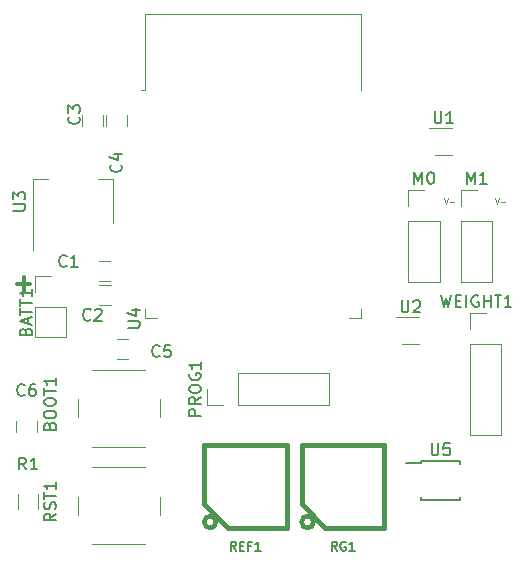
<source format=gbr>
%TF.GenerationSoftware,KiCad,Pcbnew,5.1.4*%
%TF.CreationDate,2019-10-29T20:04:43-05:00*%
%TF.ProjectId,pet_feeder,7065745f-6665-4656-9465-722e6b696361,rev?*%
%TF.SameCoordinates,Original*%
%TF.FileFunction,Legend,Top*%
%TF.FilePolarity,Positive*%
%FSLAX46Y46*%
G04 Gerber Fmt 4.6, Leading zero omitted, Abs format (unit mm)*
G04 Created by KiCad (PCBNEW 5.1.4) date 2019-10-29 20:04:43*
%MOMM*%
%LPD*%
G04 APERTURE LIST*
%ADD10C,0.300000*%
%ADD11C,0.125000*%
%ADD12C,0.120000*%
%ADD13C,0.381000*%
%ADD14C,0.150000*%
%ADD15C,0.152400*%
G04 APERTURE END LIST*
D10*
X124142571Y-86975142D02*
X125285428Y-86975142D01*
X124714000Y-87546571D02*
X124714000Y-86403714D01*
D11*
X160305809Y-79736190D02*
X160472476Y-80236190D01*
X160639142Y-79736190D01*
X160805809Y-80045714D02*
X161186761Y-80045714D01*
X164623809Y-79736190D02*
X164790476Y-80236190D01*
X164957142Y-79736190D01*
X165123809Y-80045714D02*
X165504761Y-80045714D01*
D12*
X135025000Y-89110000D02*
X135025000Y-89890000D01*
X135025000Y-89890000D02*
X136025000Y-89890000D01*
X153265000Y-89110000D02*
X153265000Y-89890000D01*
X153265000Y-89890000D02*
X152265000Y-89890000D01*
X135025000Y-64145000D02*
X153265000Y-64145000D01*
X153265000Y-64145000D02*
X153265000Y-70565000D01*
X135025000Y-64145000D02*
X135025000Y-70565000D01*
X135025000Y-70565000D02*
X134645000Y-70565000D01*
X132072000Y-85002000D02*
X131072000Y-85002000D01*
X131072000Y-86702000D02*
X132072000Y-86702000D01*
X131092000Y-88734000D02*
X132092000Y-88734000D01*
X132092000Y-87034000D02*
X131092000Y-87034000D01*
X133596000Y-91606000D02*
X132596000Y-91606000D01*
X132596000Y-93306000D02*
X133596000Y-93306000D01*
X133438000Y-73652000D02*
X133438000Y-72652000D01*
X131738000Y-72652000D02*
X131738000Y-73652000D01*
X131406000Y-73652000D02*
X131406000Y-72652000D01*
X129706000Y-72652000D02*
X129706000Y-73652000D01*
X161738000Y-86801000D02*
X164398000Y-86801000D01*
X161738000Y-81661000D02*
X161738000Y-86801000D01*
X164398000Y-81661000D02*
X164398000Y-86801000D01*
X161738000Y-81661000D02*
X164398000Y-81661000D01*
X161738000Y-80391000D02*
X161738000Y-79061000D01*
X161738000Y-79061000D02*
X163068000Y-79061000D01*
X157293000Y-79061000D02*
X158623000Y-79061000D01*
X157293000Y-80391000D02*
X157293000Y-79061000D01*
X157293000Y-81661000D02*
X159953000Y-81661000D01*
X159953000Y-81661000D02*
X159953000Y-86801000D01*
X157293000Y-81661000D02*
X157293000Y-86801000D01*
X157293000Y-86801000D02*
X159953000Y-86801000D01*
X160974000Y-73770000D02*
X159074000Y-73770000D01*
X159574000Y-76090000D02*
X160974000Y-76090000D01*
X156780000Y-92092000D02*
X158180000Y-92092000D01*
X158180000Y-89772000D02*
X156280000Y-89772000D01*
X132315000Y-78100000D02*
X131055000Y-78100000D01*
X125495000Y-78100000D02*
X126755000Y-78100000D01*
X132315000Y-81860000D02*
X132315000Y-78100000D01*
X125495000Y-84110000D02*
X125495000Y-78100000D01*
X125670000Y-91500000D02*
X128330000Y-91500000D01*
X125670000Y-88900000D02*
X125670000Y-91500000D01*
X128330000Y-88900000D02*
X128330000Y-91500000D01*
X125670000Y-88900000D02*
X128330000Y-88900000D01*
X125670000Y-87630000D02*
X125670000Y-86300000D01*
X125670000Y-86300000D02*
X127000000Y-86300000D01*
X130540000Y-100750000D02*
X135040000Y-100750000D01*
X129290000Y-96750000D02*
X129290000Y-98250000D01*
X135040000Y-94250000D02*
X130540000Y-94250000D01*
X136290000Y-98250000D02*
X136290000Y-96750000D01*
X124118000Y-98560000D02*
X124118000Y-99560000D01*
X125818000Y-99560000D02*
X125818000Y-98560000D01*
X150555000Y-97215000D02*
X150555000Y-94555000D01*
X142875000Y-97215000D02*
X150555000Y-97215000D01*
X142875000Y-94555000D02*
X150555000Y-94555000D01*
X142875000Y-97215000D02*
X142875000Y-94555000D01*
X141605000Y-97215000D02*
X140275000Y-97215000D01*
X140275000Y-97215000D02*
X140275000Y-95885000D01*
X125975000Y-104810000D02*
X125975000Y-106010000D01*
X124215000Y-106010000D02*
X124215000Y-104810000D01*
D13*
X147010000Y-100640000D02*
X147010000Y-107640000D01*
X140010000Y-100640000D02*
X147010000Y-100640000D01*
X141010000Y-107140000D02*
G75*
G03X141010000Y-107140000I-500000J0D01*
G01*
X140010000Y-105640000D02*
X142010000Y-107640000D01*
X142010000Y-107640000D02*
X147010000Y-107640000D01*
X140010000Y-105640000D02*
X140010000Y-100640000D01*
X148265000Y-105640000D02*
X148265000Y-100640000D01*
X150265000Y-107640000D02*
X155265000Y-107640000D01*
X148265000Y-105640000D02*
X150265000Y-107640000D01*
X149265000Y-107140000D02*
G75*
G03X149265000Y-107140000I-500000J0D01*
G01*
X148265000Y-100640000D02*
X155265000Y-100640000D01*
X155265000Y-100640000D02*
X155265000Y-107640000D01*
D12*
X136290000Y-106505000D02*
X136290000Y-105005000D01*
X135040000Y-102505000D02*
X130540000Y-102505000D01*
X129290000Y-105005000D02*
X129290000Y-106505000D01*
X130540000Y-109005000D02*
X135040000Y-109005000D01*
D14*
X158345000Y-101957000D02*
X158345000Y-102132000D01*
X161695000Y-101957000D02*
X161695000Y-102207000D01*
X161695000Y-105307000D02*
X161695000Y-105057000D01*
X158345000Y-105307000D02*
X158345000Y-105057000D01*
X158345000Y-101957000D02*
X161695000Y-101957000D01*
X158345000Y-105307000D02*
X161695000Y-105307000D01*
X158345000Y-102132000D02*
X157095000Y-102132000D01*
D12*
X162500000Y-89475000D02*
X163830000Y-89475000D01*
X162500000Y-90805000D02*
X162500000Y-89475000D01*
X162500000Y-92075000D02*
X165160000Y-92075000D01*
X165160000Y-92075000D02*
X165160000Y-99755000D01*
X162500000Y-92075000D02*
X162500000Y-99755000D01*
X162500000Y-99755000D02*
X165160000Y-99755000D01*
D14*
X133564380Y-90677904D02*
X134373904Y-90677904D01*
X134469142Y-90630285D01*
X134516761Y-90582666D01*
X134564380Y-90487428D01*
X134564380Y-90296952D01*
X134516761Y-90201714D01*
X134469142Y-90154095D01*
X134373904Y-90106476D01*
X133564380Y-90106476D01*
X133897714Y-89201714D02*
X134564380Y-89201714D01*
X133516761Y-89439809D02*
X134231047Y-89677904D01*
X134231047Y-89058857D01*
X128357333Y-85447142D02*
X128309714Y-85494761D01*
X128166857Y-85542380D01*
X128071619Y-85542380D01*
X127928761Y-85494761D01*
X127833523Y-85399523D01*
X127785904Y-85304285D01*
X127738285Y-85113809D01*
X127738285Y-84970952D01*
X127785904Y-84780476D01*
X127833523Y-84685238D01*
X127928761Y-84590000D01*
X128071619Y-84542380D01*
X128166857Y-84542380D01*
X128309714Y-84590000D01*
X128357333Y-84637619D01*
X129309714Y-85542380D02*
X128738285Y-85542380D01*
X129024000Y-85542380D02*
X129024000Y-84542380D01*
X128928761Y-84685238D01*
X128833523Y-84780476D01*
X128738285Y-84828095D01*
X130389333Y-89991142D02*
X130341714Y-90038761D01*
X130198857Y-90086380D01*
X130103619Y-90086380D01*
X129960761Y-90038761D01*
X129865523Y-89943523D01*
X129817904Y-89848285D01*
X129770285Y-89657809D01*
X129770285Y-89514952D01*
X129817904Y-89324476D01*
X129865523Y-89229238D01*
X129960761Y-89134000D01*
X130103619Y-89086380D01*
X130198857Y-89086380D01*
X130341714Y-89134000D01*
X130389333Y-89181619D01*
X130770285Y-89181619D02*
X130817904Y-89134000D01*
X130913142Y-89086380D01*
X131151238Y-89086380D01*
X131246476Y-89134000D01*
X131294095Y-89181619D01*
X131341714Y-89276857D01*
X131341714Y-89372095D01*
X131294095Y-89514952D01*
X130722666Y-90086380D01*
X131341714Y-90086380D01*
X136231333Y-93067142D02*
X136183714Y-93114761D01*
X136040857Y-93162380D01*
X135945619Y-93162380D01*
X135802761Y-93114761D01*
X135707523Y-93019523D01*
X135659904Y-92924285D01*
X135612285Y-92733809D01*
X135612285Y-92590952D01*
X135659904Y-92400476D01*
X135707523Y-92305238D01*
X135802761Y-92210000D01*
X135945619Y-92162380D01*
X136040857Y-92162380D01*
X136183714Y-92210000D01*
X136231333Y-92257619D01*
X137136095Y-92162380D02*
X136659904Y-92162380D01*
X136612285Y-92638571D01*
X136659904Y-92590952D01*
X136755142Y-92543333D01*
X136993238Y-92543333D01*
X137088476Y-92590952D01*
X137136095Y-92638571D01*
X137183714Y-92733809D01*
X137183714Y-92971904D01*
X137136095Y-93067142D01*
X137088476Y-93114761D01*
X136993238Y-93162380D01*
X136755142Y-93162380D01*
X136659904Y-93114761D01*
X136612285Y-93067142D01*
X132945142Y-76874666D02*
X132992761Y-76922285D01*
X133040380Y-77065142D01*
X133040380Y-77160380D01*
X132992761Y-77303238D01*
X132897523Y-77398476D01*
X132802285Y-77446095D01*
X132611809Y-77493714D01*
X132468952Y-77493714D01*
X132278476Y-77446095D01*
X132183238Y-77398476D01*
X132088000Y-77303238D01*
X132040380Y-77160380D01*
X132040380Y-77065142D01*
X132088000Y-76922285D01*
X132135619Y-76874666D01*
X132373714Y-76017523D02*
X133040380Y-76017523D01*
X131992761Y-76255619D02*
X132707047Y-76493714D01*
X132707047Y-75874666D01*
X129389142Y-72810666D02*
X129436761Y-72858285D01*
X129484380Y-73001142D01*
X129484380Y-73096380D01*
X129436761Y-73239238D01*
X129341523Y-73334476D01*
X129246285Y-73382095D01*
X129055809Y-73429714D01*
X128912952Y-73429714D01*
X128722476Y-73382095D01*
X128627238Y-73334476D01*
X128532000Y-73239238D01*
X128484380Y-73096380D01*
X128484380Y-73001142D01*
X128532000Y-72858285D01*
X128579619Y-72810666D01*
X128484380Y-72477333D02*
X128484380Y-71858285D01*
X128865333Y-72191619D01*
X128865333Y-72048761D01*
X128912952Y-71953523D01*
X128960571Y-71905904D01*
X129055809Y-71858285D01*
X129293904Y-71858285D01*
X129389142Y-71905904D01*
X129436761Y-71953523D01*
X129484380Y-72048761D01*
X129484380Y-72334476D01*
X129436761Y-72429714D01*
X129389142Y-72477333D01*
X162258476Y-78513380D02*
X162258476Y-77513380D01*
X162591809Y-78227666D01*
X162925142Y-77513380D01*
X162925142Y-78513380D01*
X163925142Y-78513380D02*
X163353714Y-78513380D01*
X163639428Y-78513380D02*
X163639428Y-77513380D01*
X163544190Y-77656238D01*
X163448952Y-77751476D01*
X163353714Y-77799095D01*
X157813476Y-78513380D02*
X157813476Y-77513380D01*
X158146809Y-78227666D01*
X158480142Y-77513380D01*
X158480142Y-78513380D01*
X159146809Y-77513380D02*
X159242047Y-77513380D01*
X159337285Y-77561000D01*
X159384904Y-77608619D01*
X159432523Y-77703857D01*
X159480142Y-77894333D01*
X159480142Y-78132428D01*
X159432523Y-78322904D01*
X159384904Y-78418142D01*
X159337285Y-78465761D01*
X159242047Y-78513380D01*
X159146809Y-78513380D01*
X159051571Y-78465761D01*
X159003952Y-78418142D01*
X158956333Y-78322904D01*
X158908714Y-78132428D01*
X158908714Y-77894333D01*
X158956333Y-77703857D01*
X159003952Y-77608619D01*
X159051571Y-77561000D01*
X159146809Y-77513380D01*
X159512095Y-72382380D02*
X159512095Y-73191904D01*
X159559714Y-73287142D01*
X159607333Y-73334761D01*
X159702571Y-73382380D01*
X159893047Y-73382380D01*
X159988285Y-73334761D01*
X160035904Y-73287142D01*
X160083523Y-73191904D01*
X160083523Y-72382380D01*
X161083523Y-73382380D02*
X160512095Y-73382380D01*
X160797809Y-73382380D02*
X160797809Y-72382380D01*
X160702571Y-72525238D01*
X160607333Y-72620476D01*
X160512095Y-72668095D01*
X156718095Y-88384380D02*
X156718095Y-89193904D01*
X156765714Y-89289142D01*
X156813333Y-89336761D01*
X156908571Y-89384380D01*
X157099047Y-89384380D01*
X157194285Y-89336761D01*
X157241904Y-89289142D01*
X157289523Y-89193904D01*
X157289523Y-88384380D01*
X157718095Y-88479619D02*
X157765714Y-88432000D01*
X157860952Y-88384380D01*
X158099047Y-88384380D01*
X158194285Y-88432000D01*
X158241904Y-88479619D01*
X158289523Y-88574857D01*
X158289523Y-88670095D01*
X158241904Y-88812952D01*
X157670476Y-89384380D01*
X158289523Y-89384380D01*
X123857380Y-80771904D02*
X124666904Y-80771904D01*
X124762142Y-80724285D01*
X124809761Y-80676666D01*
X124857380Y-80581428D01*
X124857380Y-80390952D01*
X124809761Y-80295714D01*
X124762142Y-80248095D01*
X124666904Y-80200476D01*
X123857380Y-80200476D01*
X123857380Y-79819523D02*
X123857380Y-79200476D01*
X124238333Y-79533809D01*
X124238333Y-79390952D01*
X124285952Y-79295714D01*
X124333571Y-79248095D01*
X124428809Y-79200476D01*
X124666904Y-79200476D01*
X124762142Y-79248095D01*
X124809761Y-79295714D01*
X124857380Y-79390952D01*
X124857380Y-79676666D01*
X124809761Y-79771904D01*
X124762142Y-79819523D01*
X124896571Y-91003238D02*
X124944190Y-90860380D01*
X124991809Y-90812761D01*
X125087047Y-90765142D01*
X125229904Y-90765142D01*
X125325142Y-90812761D01*
X125372761Y-90860380D01*
X125420380Y-90955619D01*
X125420380Y-91336571D01*
X124420380Y-91336571D01*
X124420380Y-91003238D01*
X124468000Y-90908000D01*
X124515619Y-90860380D01*
X124610857Y-90812761D01*
X124706095Y-90812761D01*
X124801333Y-90860380D01*
X124848952Y-90908000D01*
X124896571Y-91003238D01*
X124896571Y-91336571D01*
X125134666Y-90384190D02*
X125134666Y-89908000D01*
X125420380Y-90479428D02*
X124420380Y-90146095D01*
X125420380Y-89812761D01*
X124420380Y-89622285D02*
X124420380Y-89050857D01*
X125420380Y-89336571D02*
X124420380Y-89336571D01*
X124420380Y-88860380D02*
X124420380Y-88288952D01*
X125420380Y-88574666D02*
X124420380Y-88574666D01*
X125420380Y-87431809D02*
X125420380Y-88003238D01*
X125420380Y-87717523D02*
X124420380Y-87717523D01*
X124563238Y-87812761D01*
X124658476Y-87908000D01*
X124706095Y-88003238D01*
X126928571Y-98988333D02*
X126976190Y-98845476D01*
X127023809Y-98797857D01*
X127119047Y-98750238D01*
X127261904Y-98750238D01*
X127357142Y-98797857D01*
X127404761Y-98845476D01*
X127452380Y-98940714D01*
X127452380Y-99321666D01*
X126452380Y-99321666D01*
X126452380Y-98988333D01*
X126500000Y-98893095D01*
X126547619Y-98845476D01*
X126642857Y-98797857D01*
X126738095Y-98797857D01*
X126833333Y-98845476D01*
X126880952Y-98893095D01*
X126928571Y-98988333D01*
X126928571Y-99321666D01*
X126452380Y-98131190D02*
X126452380Y-97940714D01*
X126500000Y-97845476D01*
X126595238Y-97750238D01*
X126785714Y-97702619D01*
X127119047Y-97702619D01*
X127309523Y-97750238D01*
X127404761Y-97845476D01*
X127452380Y-97940714D01*
X127452380Y-98131190D01*
X127404761Y-98226428D01*
X127309523Y-98321666D01*
X127119047Y-98369285D01*
X126785714Y-98369285D01*
X126595238Y-98321666D01*
X126500000Y-98226428D01*
X126452380Y-98131190D01*
X126452380Y-97083571D02*
X126452380Y-96893095D01*
X126500000Y-96797857D01*
X126595238Y-96702619D01*
X126785714Y-96655000D01*
X127119047Y-96655000D01*
X127309523Y-96702619D01*
X127404761Y-96797857D01*
X127452380Y-96893095D01*
X127452380Y-97083571D01*
X127404761Y-97178809D01*
X127309523Y-97274047D01*
X127119047Y-97321666D01*
X126785714Y-97321666D01*
X126595238Y-97274047D01*
X126500000Y-97178809D01*
X126452380Y-97083571D01*
X126452380Y-96369285D02*
X126452380Y-95797857D01*
X127452380Y-96083571D02*
X126452380Y-96083571D01*
X127452380Y-94940714D02*
X127452380Y-95512142D01*
X127452380Y-95226428D02*
X126452380Y-95226428D01*
X126595238Y-95321666D01*
X126690476Y-95416904D01*
X126738095Y-95512142D01*
X124801333Y-96369142D02*
X124753714Y-96416761D01*
X124610857Y-96464380D01*
X124515619Y-96464380D01*
X124372761Y-96416761D01*
X124277523Y-96321523D01*
X124229904Y-96226285D01*
X124182285Y-96035809D01*
X124182285Y-95892952D01*
X124229904Y-95702476D01*
X124277523Y-95607238D01*
X124372761Y-95512000D01*
X124515619Y-95464380D01*
X124610857Y-95464380D01*
X124753714Y-95512000D01*
X124801333Y-95559619D01*
X125658476Y-95464380D02*
X125468000Y-95464380D01*
X125372761Y-95512000D01*
X125325142Y-95559619D01*
X125229904Y-95702476D01*
X125182285Y-95892952D01*
X125182285Y-96273904D01*
X125229904Y-96369142D01*
X125277523Y-96416761D01*
X125372761Y-96464380D01*
X125563238Y-96464380D01*
X125658476Y-96416761D01*
X125706095Y-96369142D01*
X125753714Y-96273904D01*
X125753714Y-96035809D01*
X125706095Y-95940571D01*
X125658476Y-95892952D01*
X125563238Y-95845333D01*
X125372761Y-95845333D01*
X125277523Y-95892952D01*
X125229904Y-95940571D01*
X125182285Y-96035809D01*
X139727380Y-98146904D02*
X138727380Y-98146904D01*
X138727380Y-97765952D01*
X138775000Y-97670714D01*
X138822619Y-97623095D01*
X138917857Y-97575476D01*
X139060714Y-97575476D01*
X139155952Y-97623095D01*
X139203571Y-97670714D01*
X139251190Y-97765952D01*
X139251190Y-98146904D01*
X139727380Y-96575476D02*
X139251190Y-96908809D01*
X139727380Y-97146904D02*
X138727380Y-97146904D01*
X138727380Y-96765952D01*
X138775000Y-96670714D01*
X138822619Y-96623095D01*
X138917857Y-96575476D01*
X139060714Y-96575476D01*
X139155952Y-96623095D01*
X139203571Y-96670714D01*
X139251190Y-96765952D01*
X139251190Y-97146904D01*
X138727380Y-95956428D02*
X138727380Y-95765952D01*
X138775000Y-95670714D01*
X138870238Y-95575476D01*
X139060714Y-95527857D01*
X139394047Y-95527857D01*
X139584523Y-95575476D01*
X139679761Y-95670714D01*
X139727380Y-95765952D01*
X139727380Y-95956428D01*
X139679761Y-96051666D01*
X139584523Y-96146904D01*
X139394047Y-96194523D01*
X139060714Y-96194523D01*
X138870238Y-96146904D01*
X138775000Y-96051666D01*
X138727380Y-95956428D01*
X138775000Y-94575476D02*
X138727380Y-94670714D01*
X138727380Y-94813571D01*
X138775000Y-94956428D01*
X138870238Y-95051666D01*
X138965476Y-95099285D01*
X139155952Y-95146904D01*
X139298809Y-95146904D01*
X139489285Y-95099285D01*
X139584523Y-95051666D01*
X139679761Y-94956428D01*
X139727380Y-94813571D01*
X139727380Y-94718333D01*
X139679761Y-94575476D01*
X139632142Y-94527857D01*
X139298809Y-94527857D01*
X139298809Y-94718333D01*
X139727380Y-93575476D02*
X139727380Y-94146904D01*
X139727380Y-93861190D02*
X138727380Y-93861190D01*
X138870238Y-93956428D01*
X138965476Y-94051666D01*
X139013095Y-94146904D01*
X124928333Y-102687380D02*
X124595000Y-102211190D01*
X124356904Y-102687380D02*
X124356904Y-101687380D01*
X124737857Y-101687380D01*
X124833095Y-101735000D01*
X124880714Y-101782619D01*
X124928333Y-101877857D01*
X124928333Y-102020714D01*
X124880714Y-102115952D01*
X124833095Y-102163571D01*
X124737857Y-102211190D01*
X124356904Y-102211190D01*
X125880714Y-102687380D02*
X125309285Y-102687380D01*
X125595000Y-102687380D02*
X125595000Y-101687380D01*
X125499761Y-101830238D01*
X125404523Y-101925476D01*
X125309285Y-101973095D01*
D15*
X142711714Y-109564714D02*
X142457714Y-109201857D01*
X142276285Y-109564714D02*
X142276285Y-108802714D01*
X142566571Y-108802714D01*
X142639142Y-108839000D01*
X142675428Y-108875285D01*
X142711714Y-108947857D01*
X142711714Y-109056714D01*
X142675428Y-109129285D01*
X142639142Y-109165571D01*
X142566571Y-109201857D01*
X142276285Y-109201857D01*
X143038285Y-109165571D02*
X143292285Y-109165571D01*
X143401142Y-109564714D02*
X143038285Y-109564714D01*
X143038285Y-108802714D01*
X143401142Y-108802714D01*
X143981714Y-109165571D02*
X143727714Y-109165571D01*
X143727714Y-109564714D02*
X143727714Y-108802714D01*
X144090571Y-108802714D01*
X144780000Y-109564714D02*
X144344571Y-109564714D01*
X144562285Y-109564714D02*
X144562285Y-108802714D01*
X144489714Y-108911571D01*
X144417142Y-108984142D01*
X144344571Y-109020428D01*
X151257000Y-109564714D02*
X151003000Y-109201857D01*
X150821571Y-109564714D02*
X150821571Y-108802714D01*
X151111857Y-108802714D01*
X151184428Y-108839000D01*
X151220714Y-108875285D01*
X151257000Y-108947857D01*
X151257000Y-109056714D01*
X151220714Y-109129285D01*
X151184428Y-109165571D01*
X151111857Y-109201857D01*
X150821571Y-109201857D01*
X151982714Y-108839000D02*
X151910142Y-108802714D01*
X151801285Y-108802714D01*
X151692428Y-108839000D01*
X151619857Y-108911571D01*
X151583571Y-108984142D01*
X151547285Y-109129285D01*
X151547285Y-109238142D01*
X151583571Y-109383285D01*
X151619857Y-109455857D01*
X151692428Y-109528428D01*
X151801285Y-109564714D01*
X151873857Y-109564714D01*
X151982714Y-109528428D01*
X152019000Y-109492142D01*
X152019000Y-109238142D01*
X151873857Y-109238142D01*
X152744714Y-109564714D02*
X152309285Y-109564714D01*
X152527000Y-109564714D02*
X152527000Y-108802714D01*
X152454428Y-108911571D01*
X152381857Y-108984142D01*
X152309285Y-109020428D01*
D14*
X127452380Y-106433809D02*
X126976190Y-106767142D01*
X127452380Y-107005238D02*
X126452380Y-107005238D01*
X126452380Y-106624285D01*
X126500000Y-106529047D01*
X126547619Y-106481428D01*
X126642857Y-106433809D01*
X126785714Y-106433809D01*
X126880952Y-106481428D01*
X126928571Y-106529047D01*
X126976190Y-106624285D01*
X126976190Y-107005238D01*
X127404761Y-106052857D02*
X127452380Y-105910000D01*
X127452380Y-105671904D01*
X127404761Y-105576666D01*
X127357142Y-105529047D01*
X127261904Y-105481428D01*
X127166666Y-105481428D01*
X127071428Y-105529047D01*
X127023809Y-105576666D01*
X126976190Y-105671904D01*
X126928571Y-105862380D01*
X126880952Y-105957619D01*
X126833333Y-106005238D01*
X126738095Y-106052857D01*
X126642857Y-106052857D01*
X126547619Y-106005238D01*
X126500000Y-105957619D01*
X126452380Y-105862380D01*
X126452380Y-105624285D01*
X126500000Y-105481428D01*
X126452380Y-105195714D02*
X126452380Y-104624285D01*
X127452380Y-104910000D02*
X126452380Y-104910000D01*
X127452380Y-103767142D02*
X127452380Y-104338571D01*
X127452380Y-104052857D02*
X126452380Y-104052857D01*
X126595238Y-104148095D01*
X126690476Y-104243333D01*
X126738095Y-104338571D01*
X159258095Y-100484380D02*
X159258095Y-101293904D01*
X159305714Y-101389142D01*
X159353333Y-101436761D01*
X159448571Y-101484380D01*
X159639047Y-101484380D01*
X159734285Y-101436761D01*
X159781904Y-101389142D01*
X159829523Y-101293904D01*
X159829523Y-100484380D01*
X160781904Y-100484380D02*
X160305714Y-100484380D01*
X160258095Y-100960571D01*
X160305714Y-100912952D01*
X160400952Y-100865333D01*
X160639047Y-100865333D01*
X160734285Y-100912952D01*
X160781904Y-100960571D01*
X160829523Y-101055809D01*
X160829523Y-101293904D01*
X160781904Y-101389142D01*
X160734285Y-101436761D01*
X160639047Y-101484380D01*
X160400952Y-101484380D01*
X160305714Y-101436761D01*
X160258095Y-101389142D01*
X160068000Y-87927380D02*
X160306095Y-88927380D01*
X160496571Y-88213095D01*
X160687047Y-88927380D01*
X160925142Y-87927380D01*
X161306095Y-88403571D02*
X161639428Y-88403571D01*
X161782285Y-88927380D02*
X161306095Y-88927380D01*
X161306095Y-87927380D01*
X161782285Y-87927380D01*
X162210857Y-88927380D02*
X162210857Y-87927380D01*
X163210857Y-87975000D02*
X163115619Y-87927380D01*
X162972761Y-87927380D01*
X162829904Y-87975000D01*
X162734666Y-88070238D01*
X162687047Y-88165476D01*
X162639428Y-88355952D01*
X162639428Y-88498809D01*
X162687047Y-88689285D01*
X162734666Y-88784523D01*
X162829904Y-88879761D01*
X162972761Y-88927380D01*
X163068000Y-88927380D01*
X163210857Y-88879761D01*
X163258476Y-88832142D01*
X163258476Y-88498809D01*
X163068000Y-88498809D01*
X163687047Y-88927380D02*
X163687047Y-87927380D01*
X163687047Y-88403571D02*
X164258476Y-88403571D01*
X164258476Y-88927380D02*
X164258476Y-87927380D01*
X164591809Y-87927380D02*
X165163238Y-87927380D01*
X164877523Y-88927380D02*
X164877523Y-87927380D01*
X166020380Y-88927380D02*
X165448952Y-88927380D01*
X165734666Y-88927380D02*
X165734666Y-87927380D01*
X165639428Y-88070238D01*
X165544190Y-88165476D01*
X165448952Y-88213095D01*
M02*

</source>
